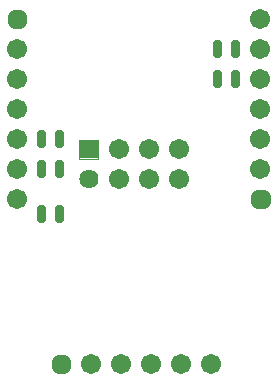
<source format=gbr>
G04 Generated by Ultiboard 13.0 *
%FSLAX25Y25*%
%MOIN*%

%ADD10C,0.00001*%
%ADD11C,0.06734*%
%ADD12R,0.02083X0.02083*%
%ADD13C,0.04317*%
%ADD14R,0.01084X0.04168*%
%ADD15C,0.02066*%
%ADD16C,0.06400*%
%ADD17R,0.06334X0.06334*%
%ADD18C,0.00400*%


G04 ColorRGB 9900CC for the following layer *
%LNSolder Mask Bottom*%
%LPD*%
G54D10*
G54D11*
X45625Y9000D03*
X55625Y9000D03*
X65625Y9000D03*
X35625Y9000D03*
X75625Y9000D03*
X10750Y64000D03*
X10750Y74000D03*
X10750Y84000D03*
X10750Y94000D03*
X10750Y104000D03*
X10750Y114000D03*
X92000Y114000D03*
X92000Y74000D03*
X92000Y104000D03*
X92000Y94000D03*
X92000Y84000D03*
X92000Y124000D03*
X54750Y70500D03*
X64750Y80500D03*
X44750Y70500D03*
X44750Y80500D03*
X54750Y80500D03*
X64750Y70500D03*
G54D12*
X25625Y9000D03*
X10750Y124000D03*
X92000Y64000D03*
G54D13*
X24584Y7959D02*
X26666Y7959D01*
X26666Y10041D01*
X24584Y10041D01*
X24584Y7959D01*D02*
X9709Y122959D02*
X11791Y122959D01*
X11791Y125041D01*
X9709Y125041D01*
X9709Y122959D01*D02*
X90959Y62959D02*
X93041Y62959D01*
X93041Y65041D01*
X90959Y65041D01*
X90959Y62959D01*D02*
G54D14*
X19000Y84000D03*
X25000Y84000D03*
X19000Y59000D03*
X25000Y59000D03*
X25000Y74000D03*
X19000Y74000D03*
X77750Y114000D03*
X83750Y114000D03*
X83750Y104000D03*
X77750Y104000D03*
G54D15*
X18458Y81916D02*
X19542Y81916D01*
X19542Y86084D01*
X18458Y86084D01*
X18458Y81916D01*D02*
X24458Y81916D02*
X25542Y81916D01*
X25542Y86084D01*
X24458Y86084D01*
X24458Y81916D01*D02*
X18458Y56916D02*
X19542Y56916D01*
X19542Y61084D01*
X18458Y61084D01*
X18458Y56916D01*D02*
X24458Y56916D02*
X25542Y56916D01*
X25542Y61084D01*
X24458Y61084D01*
X24458Y56916D01*D02*
X24458Y71916D02*
X25542Y71916D01*
X25542Y76084D01*
X24458Y76084D01*
X24458Y71916D01*D02*
X18458Y71916D02*
X19542Y71916D01*
X19542Y76084D01*
X18458Y76084D01*
X18458Y71916D01*D02*
X77208Y111916D02*
X78292Y111916D01*
X78292Y116084D01*
X77208Y116084D01*
X77208Y111916D01*D02*
X83208Y111916D02*
X84292Y111916D01*
X84292Y116084D01*
X83208Y116084D01*
X83208Y111916D01*D02*
X83208Y101916D02*
X84292Y101916D01*
X84292Y106084D01*
X83208Y106084D01*
X83208Y101916D01*D02*
X77208Y101916D02*
X78292Y101916D01*
X78292Y106084D01*
X77208Y106084D01*
X77208Y101916D01*D02*
G54D16*
X34750Y70500D03*
G54D17*
X34750Y80500D03*
G54D18*
X31583Y77333D02*
X37917Y77333D01*
X37917Y83667D01*
X31583Y83667D01*
X31583Y77333D01*D02*

M02*

</source>
